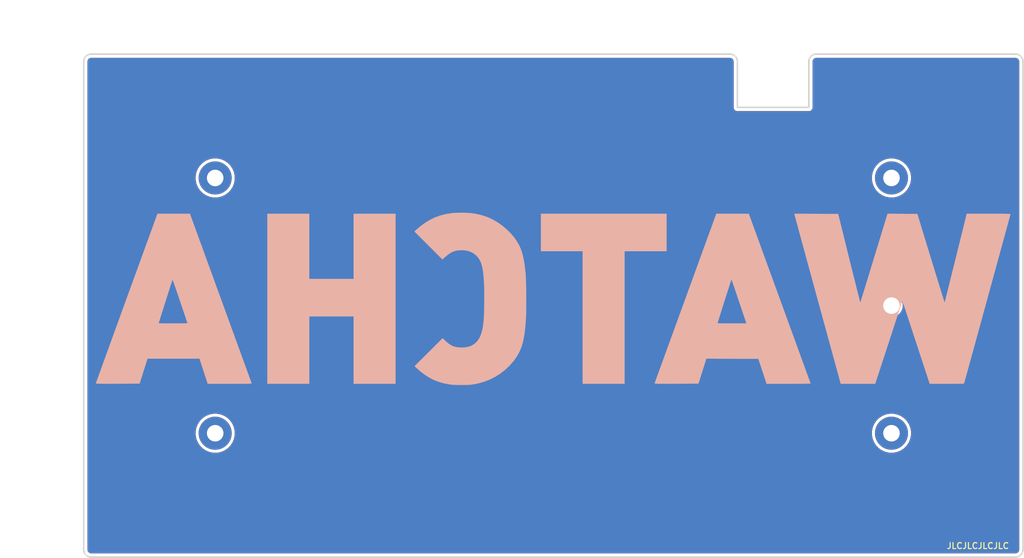
<source format=kicad_pcb>
(kicad_pcb (version 20171130) (host pcbnew "(5.1.0)-1")

  (general
    (thickness 1.6)
    (drawings 19)
    (tracks 0)
    (zones 0)
    (modules 6)
    (nets 1)
  )

  (page A4)
  (layers
    (0 F.Cu signal)
    (31 B.Cu signal)
    (32 B.Adhes user)
    (33 F.Adhes user)
    (34 B.Paste user)
    (35 F.Paste user)
    (36 B.SilkS user)
    (37 F.SilkS user)
    (38 B.Mask user)
    (39 F.Mask user)
    (40 Dwgs.User user)
    (41 Cmts.User user)
    (42 Eco1.User user)
    (43 Eco2.User user)
    (44 Edge.Cuts user)
    (45 Margin user)
    (46 B.CrtYd user)
    (47 F.CrtYd user)
    (48 B.Fab user)
    (49 F.Fab user)
  )

  (setup
    (last_trace_width 0.25)
    (user_trace_width 0.5)
    (trace_clearance 0.2)
    (zone_clearance 0.4)
    (zone_45_only no)
    (trace_min 0.2)
    (via_size 1)
    (via_drill 0.6)
    (via_min_size 0.6)
    (via_min_drill 0.3)
    (uvia_size 0.3)
    (uvia_drill 0.1)
    (uvias_allowed no)
    (uvia_min_size 0.2)
    (uvia_min_drill 0.1)
    (edge_width 0.15)
    (segment_width 0.2)
    (pcb_text_width 0.3)
    (pcb_text_size 1.5 1.5)
    (mod_edge_width 0.15)
    (mod_text_size 1 1)
    (mod_text_width 0.15)
    (pad_size 2.2 2.2)
    (pad_drill 2.2)
    (pad_to_mask_clearance 0.051)
    (solder_mask_min_width 0.25)
    (aux_axis_origin 0 0)
    (visible_elements 7FFDFFFF)
    (pcbplotparams
      (layerselection 0x010f0_ffffffff)
      (usegerberextensions true)
      (usegerberattributes false)
      (usegerberadvancedattributes false)
      (creategerberjobfile false)
      (excludeedgelayer true)
      (linewidth 0.100000)
      (plotframeref false)
      (viasonmask false)
      (mode 1)
      (useauxorigin true)
      (hpglpennumber 1)
      (hpglpenspeed 20)
      (hpglpendiameter 15.000000)
      (psnegative false)
      (psa4output false)
      (plotreference false)
      (plotvalue false)
      (plotinvisibletext false)
      (padsonsilk false)
      (subtractmaskfromsilk true)
      (outputformat 1)
      (mirror false)
      (drillshape 0)
      (scaleselection 1)
      (outputdirectory "gerber/choco_bottom/"))
  )

  (net 0 "")

  (net_class Default "これはデフォルトのネット クラスです。"
    (clearance 0.2)
    (trace_width 0.25)
    (via_dia 1)
    (via_drill 0.6)
    (uvia_dia 0.3)
    (uvia_drill 0.1)
  )

  (module choco_silk:logo1 (layer B.Cu) (tedit 0) (tstamp 5CC3C954)
    (at 113 84 180)
    (fp_text reference G*** (at 0 0 180) (layer B.SilkS) hide
      (effects (font (size 1.524 1.524) (thickness 0.3)) (justify mirror))
    )
    (fp_text value LOGO (at 0.75 0 180) (layer B.SilkS) hide
      (effects (font (size 1.524 1.524) (thickness 0.3)) (justify mirror))
    )
    (fp_poly (pts (xy 50.520028 12.233911) (xy 52.683833 12.233487) (xy 56.78114 0.962661) (xy 57.123586 0.020462)
      (xy 57.458436 -0.901229) (xy 57.784538 -1.79923) (xy 58.100739 -2.670355) (xy 58.405889 -3.511422)
      (xy 58.698835 -4.319246) (xy 58.978427 -5.090642) (xy 59.243512 -5.822427) (xy 59.49294 -6.511418)
      (xy 59.725557 -7.154429) (xy 59.940213 -7.748277) (xy 60.135757 -8.289777) (xy 60.311035 -8.775747)
      (xy 60.464898 -9.203001) (xy 60.596193 -9.568355) (xy 60.703768 -9.868627) (xy 60.786472 -10.100631)
      (xy 60.843154 -10.261183) (xy 60.872661 -10.3471) (xy 60.87689 -10.361375) (xy 60.861027 -10.372064)
      (xy 60.81077 -10.381168) (xy 60.721107 -10.38876) (xy 60.587024 -10.394911) (xy 60.403508 -10.399695)
      (xy 60.165547 -10.403185) (xy 59.868129 -10.405453) (xy 59.506239 -10.406574) (xy 59.074866 -10.406619)
      (xy 58.568997 -10.405661) (xy 57.983618 -10.403773) (xy 57.966031 -10.403708) (xy 55.056729 -10.392833)
      (xy 54.667937 -9.165166) (xy 54.562676 -8.832636) (xy 54.458609 -8.5036) (xy 54.36047 -8.193047)
      (xy 54.272993 -7.915964) (xy 54.200912 -7.68734) (xy 54.148961 -7.522163) (xy 54.143134 -7.503583)
      (xy 54.007122 -7.069666) (xy 47.09044 -7.069666) (xy 46.544697 -8.741833) (xy 45.998955 -10.414)
      (xy 43.060948 -10.414) (xy 42.470652 -10.413718) (xy 41.9601 -10.412813) (xy 41.524373 -10.411197)
      (xy 41.158552 -10.408779) (xy 40.857715 -10.405471) (xy 40.616943 -10.401184) (xy 40.431315 -10.395827)
      (xy 40.295912 -10.389313) (xy 40.205814 -10.381551) (xy 40.156101 -10.372453) (xy 40.141852 -10.36193)
      (xy 40.142075 -10.361083) (xy 40.157961 -10.317361) (xy 40.201617 -10.197251) (xy 40.271884 -10.003939)
      (xy 40.367606 -9.740609) (xy 40.487625 -9.410445) (xy 40.630783 -9.016632) (xy 40.795923 -8.562354)
      (xy 40.981886 -8.050796) (xy 41.187515 -7.485142) (xy 41.411653 -6.868577) (xy 41.653142 -6.204285)
      (xy 41.910824 -5.49545) (xy 42.183542 -4.745258) (xy 42.470137 -3.956892) (xy 42.769453 -3.133538)
      (xy 43.066018 -2.31775) (xy 48.693641 -2.31775) (xy 48.705099 -2.330673) (xy 48.753751 -2.341449)
      (xy 48.845579 -2.350242) (xy 48.986568 -2.35722) (xy 49.182703 -2.362546) (xy 49.439967 -2.366389)
      (xy 49.764344 -2.368912) (xy 50.161819 -2.370282) (xy 50.603642 -2.370666) (xy 51.07483 -2.370221)
      (xy 51.467339 -2.368774) (xy 51.787154 -2.366161) (xy 52.040259 -2.362215) (xy 52.232637 -2.356771)
      (xy 52.370273 -2.349663) (xy 52.459151 -2.340725) (xy 52.505254 -2.329792) (xy 52.515009 -2.31775)
      (xy 52.499568 -2.269494) (xy 52.46075 -2.147102) (xy 52.400643 -1.957185) (xy 52.321335 -1.706352)
      (xy 52.224915 -1.401213) (xy 52.113471 -1.048379) (xy 51.989092 -0.65446) (xy 51.853866 -0.226066)
      (xy 51.709881 0.230193) (xy 51.602194 0.5715) (xy 51.453118 1.04314) (xy 51.31096 1.491157)
      (xy 51.177834 1.908999) (xy 51.055853 2.290115) (xy 50.947131 2.627953) (xy 50.853782 2.915961)
      (xy 50.777917 3.147588) (xy 50.721652 3.316283) (xy 50.687098 3.415493) (xy 50.676828 3.440245)
      (xy 50.658667 3.406572) (xy 50.615904 3.298853) (xy 50.550742 3.123351) (xy 50.465385 2.886333)
      (xy 50.362033 2.594064) (xy 50.242892 2.252809) (xy 50.110162 1.868832) (xy 49.966047 1.4484)
      (xy 49.812749 0.997776) (xy 49.679642 0.603912) (xy 49.520086 0.130449) (xy 49.368215 -0.320086)
      (xy 49.226227 -0.741187) (xy 49.096317 -1.126343) (xy 48.980683 -1.469046) (xy 48.88152 -1.762787)
      (xy 48.801026 -2.001057) (xy 48.741397 -2.177347) (xy 48.70483 -2.285148) (xy 48.693641 -2.31775)
      (xy 43.066018 -2.31775) (xy 43.080331 -2.278379) (xy 43.401615 -1.394601) (xy 43.732146 -0.485386)
      (xy 44.070766 0.446078) (xy 44.258716 0.963084) (xy 48.356223 12.234334) (xy 50.520028 12.233911)) (layer B.SilkS) (width 0.01))
    (fp_poly (pts (xy 26.585333 3.556) (xy 32.469666 3.556) (xy 32.469666 12.234334) (xy 38.057666 12.234334)
      (xy 38.057666 -10.414) (xy 32.469666 -10.414) (xy 32.469666 -1.439333) (xy 26.585333 -1.439333)
      (xy 26.585333 -10.414) (xy 20.997333 -10.414) (xy 20.997333 12.234334) (xy 26.585333 12.234334)
      (xy 26.585333 3.556)) (layer B.SilkS) (width 0.01))
    (fp_poly (pts (xy 1.651 7.239) (xy -3.894667 7.239) (xy -3.894667 -10.414) (xy -9.482667 -10.414)
      (xy -9.482667 7.239) (xy -15.070667 7.239) (xy -15.070667 12.234334) (xy 1.651 12.234334)
      (xy 1.651 7.239)) (layer B.SilkS) (width 0.01))
    (fp_poly (pts (xy -17.588717 0.963084) (xy -17.246166 0.020807) (xy -16.911071 -0.900961) (xy -16.58459 -1.799034)
      (xy -16.267882 -2.670228) (xy -15.962104 -3.511358) (xy -15.668412 -4.319241) (xy -15.387966 -5.090691)
      (xy -15.121923 -5.822523) (xy -14.871441 -6.511553) (xy -14.637676 -7.154597) (xy -14.421788 -7.74847)
      (xy -14.224933 -8.289987) (xy -14.048269 -8.775964) (xy -13.892954 -9.203216) (xy -13.760146 -9.568559)
      (xy -13.651002 -9.868807) (xy -13.566681 -10.100776) (xy -13.508339 -10.261283) (xy -13.477134 -10.347141)
      (xy -13.471964 -10.361374) (xy -13.483248 -10.372001) (xy -13.528693 -10.381061) (xy -13.613278 -10.388626)
      (xy -13.741984 -10.394769) (xy -13.919791 -10.399562) (xy -14.151681 -10.403077) (xy -14.442633 -10.405388)
      (xy -14.797627 -10.406566) (xy -15.221645 -10.406683) (xy -15.719667 -10.405813) (xy -16.296672 -10.404027)
      (xy -16.384146 -10.403707) (xy -19.315573 -10.392833) (xy -19.628801 -9.398) (xy -19.731503 -9.072039)
      (xy -19.840428 -8.726716) (xy -19.948259 -8.385209) (xy -20.047674 -8.070696) (xy -20.131353 -7.806358)
      (xy -20.153606 -7.736169) (xy -20.365183 -7.069172) (xy -23.822733 -7.080002) (xy -27.280283 -7.090833)
      (xy -27.828278 -8.752416) (xy -28.376272 -10.414) (xy -31.315497 -10.414) (xy -31.857722 -10.413461)
      (xy -32.357528 -10.411889) (xy -32.809796 -10.409352) (xy -33.20941 -10.405915) (xy -33.551252 -10.401647)
      (xy -33.830205 -10.396613) (xy -34.041151 -10.390882) (xy -34.178973 -10.384519) (xy -34.238554 -10.377592)
      (xy -34.240612 -10.375741) (xy -34.225139 -10.333261) (xy -34.181873 -10.214395) (xy -34.111969 -10.022318)
      (xy -34.016582 -9.760207) (xy -33.896869 -9.431238) (xy -33.753986 -9.038588) (xy -33.589088 -8.585433)
      (xy -33.403332 -8.07495) (xy -33.197872 -7.510316) (xy -32.973866 -6.894706) (xy -32.732468 -6.231297)
      (xy -32.474835 -5.523266) (xy -32.202122 -4.773789) (xy -31.915485 -3.986043) (xy -31.616081 -3.163204)
      (xy -31.327704 -2.370666) (xy -25.692247 -2.370666) (xy -23.763595 -2.370666) (xy -23.292564 -2.370221)
      (xy -22.900212 -2.368776) (xy -22.580551 -2.366164) (xy -22.327598 -2.36222) (xy -22.135366 -2.356778)
      (xy -21.997872 -2.349673) (xy -21.90913 -2.340738) (xy -21.863154 -2.329807) (xy -21.853517 -2.31775)
      (xy -21.869048 -2.26954) (xy -21.907982 -2.147162) (xy -21.968242 -1.957184) (xy -22.047747 -1.706179)
      (xy -22.144419 -1.400718) (xy -22.256179 -1.04737) (xy -22.380947 -0.652708) (xy -22.516645 -0.223303)
      (xy -22.661193 0.234275) (xy -22.777716 0.60325) (xy -22.927462 1.07652) (xy -23.070092 1.525411)
      (xy -23.203528 1.943507) (xy -23.325696 2.324395) (xy -23.434519 2.661657) (xy -23.527922 2.94888)
      (xy -23.603828 3.179648) (xy -23.660163 3.347545) (xy -23.69485 3.446157) (xy -23.705587 3.470853)
      (xy -23.722364 3.431678) (xy -23.763841 3.318516) (xy -23.827851 3.137668) (xy -23.912227 2.895439)
      (xy -24.014801 2.59813) (xy -24.133406 2.252045) (xy -24.265874 1.863486) (xy -24.410039 1.438757)
      (xy -24.563732 0.98416) (xy -24.710041 0.549853) (xy -25.692247 -2.370666) (xy -31.327704 -2.370666)
      (xy -31.305065 -2.308449) (xy -30.983592 -1.424953) (xy -30.65282 -0.515895) (xy -30.313902 0.415551)
      (xy -30.120167 0.947995) (xy -26.013834 12.233472) (xy -21.686224 12.234334) (xy -17.588717 0.963084)) (layer B.SilkS) (width 0.01))
    (fp_poly (pts (xy -42.671349 6.329745) (xy -42.462634 5.644934) (xy -42.260474 4.982611) (xy -42.066254 4.347268)
      (xy -41.881359 3.743398) (xy -41.707175 3.175491) (xy -41.545086 2.64804) (xy -41.396479 2.165537)
      (xy -41.262738 1.732474) (xy -41.145249 1.353342) (xy -41.045397 1.032634) (xy -40.964568 0.77484)
      (xy -40.904146 0.584455) (xy -40.865516 0.465968) (xy -40.850066 0.423872) (xy -40.849977 0.423837)
      (xy -40.837312 0.46411) (xy -40.805505 0.581988) (xy -40.755714 0.772876) (xy -40.689095 1.03218)
      (xy -40.606804 1.355306) (xy -40.509998 1.737662) (xy -40.399832 2.174652) (xy -40.277463 2.661682)
      (xy -40.144047 3.19416) (xy -40.00074 3.767492) (xy -39.848698 4.377082) (xy -39.689078 5.018339)
      (xy -39.523037 5.686667) (xy -39.366403 6.31825) (xy -37.905684 12.213167) (xy -34.992328 12.224044)
      (xy -32.078971 12.23492) (xy -32.096324 12.11821) (xy -32.10884 12.067922) (xy -32.142803 11.939318)
      (xy -32.197301 11.735742) (xy -32.271426 11.460542) (xy -32.364265 11.117062) (xy -32.474909 10.708647)
      (xy -32.602446 10.238644) (xy -32.745966 9.710397) (xy -32.904558 9.127251) (xy -33.077313 8.492553)
      (xy -33.263318 7.809647) (xy -33.461663 7.08188) (xy -33.671439 6.312595) (xy -33.891733 5.50514)
      (xy -34.121636 4.662858) (xy -34.360237 3.789097) (xy -34.606625 2.8872) (xy -34.859889 1.960514)
      (xy -35.11912 1.012383) (xy -35.178911 0.79375) (xy -38.244146 -10.414) (xy -42.837749 -10.414)
      (xy -43.430089 -8.60425) (xy -43.535603 -8.28177) (xy -43.664142 -7.888747) (xy -43.812455 -7.435122)
      (xy -43.977293 -6.930841) (xy -44.155407 -6.385845) (xy -44.343549 -5.810078) (xy -44.538468 -5.213483)
      (xy -44.736916 -4.606003) (xy -44.935643 -3.997582) (xy -45.1314 -3.398162) (xy -45.230628 -3.09428)
      (xy -45.406516 -2.555856) (xy -45.574945 -2.040744) (xy -45.734062 -1.554585) (xy -45.882014 -1.10302)
      (xy -46.016947 -0.69169) (xy -46.137008 -0.326237) (xy -46.240344 -0.0123) (xy -46.325101 0.244479)
      (xy -46.389425 0.438458) (xy -46.431463 0.563998) (xy -46.449362 0.615456) (xy -46.449831 0.616423)
      (xy -46.464441 0.578936) (xy -46.503284 0.467167) (xy -46.5643 0.287315) (xy -46.645427 0.045576)
      (xy -46.744604 -0.251851) (xy -46.859769 -0.598768) (xy -46.988861 -0.988978) (xy -47.129818 -1.416282)
      (xy -47.280579 -1.874483) (xy -47.439082 -2.357383) (xy -47.448232 -2.385297) (xy -47.636803 -2.96045)
      (xy -47.840114 -3.580369) (xy -48.053077 -4.229547) (xy -48.270604 -4.892481) (xy -48.487604 -5.553664)
      (xy -48.69899 -6.19759) (xy -48.899672 -6.808755) (xy -49.084561 -7.371653) (xy -49.248569 -7.870779)
      (xy -49.260063 -7.90575) (xy -50.084495 -10.414) (xy -52.365562 -10.414) (xy -52.86401 -10.413863)
      (xy -53.284471 -10.413312) (xy -53.633623 -10.41213) (xy -53.918144 -10.410103) (xy -54.144714 -10.407015)
      (xy -54.32001 -10.402653) (xy -54.450713 -10.396801) (xy -54.5435 -10.389245) (xy -54.605051 -10.379769)
      (xy -54.642043 -10.368159) (xy -54.661156 -10.354199) (xy -54.668455 -10.339916) (xy -54.693737 -10.251278)
      (xy -54.739601 -10.087319) (xy -54.804943 -9.852065) (xy -54.888661 -9.549545) (xy -54.98965 -9.183786)
      (xy -55.106808 -8.758815) (xy -55.239031 -8.27866) (xy -55.385216 -7.747349) (xy -55.54426 -7.16891)
      (xy -55.715059 -6.547369) (xy -55.89651 -5.886755) (xy -56.087511 -5.191095) (xy -56.286956 -4.464416)
      (xy -56.493744 -3.710747) (xy -56.706771 -2.934115) (xy -56.924934 -2.138547) (xy -57.147129 -1.328071)
      (xy -57.372253 -0.506715) (xy -57.599203 0.321494) (xy -57.826875 1.152529) (xy -58.054167 1.98236)
      (xy -58.279975 2.806962) (xy -58.503195 3.622307) (xy -58.722725 4.424366) (xy -58.937461 5.209112)
      (xy -59.146299 5.972519) (xy -59.348137 6.710557) (xy -59.541872 7.4192) (xy -59.726399 8.094419)
      (xy -59.900616 8.732188) (xy -60.063419 9.328479) (xy -60.213705 9.879264) (xy -60.350372 10.380515)
      (xy -60.472314 10.828206) (xy -60.57843 11.218307) (xy -60.667616 11.546793) (xy -60.738768 11.809635)
      (xy -60.790784 12.002805) (xy -60.82256 12.122277) (xy -60.833 12.16395) (xy -60.828159 12.177691)
      (xy -60.809754 12.189529) (xy -60.771966 12.199605) (xy -60.708976 12.208058) (xy -60.614965 12.215031)
      (xy -60.484113 12.220662) (xy -60.3106 12.225093) (xy -60.088608 12.228463) (xy -59.812317 12.230914)
      (xy -59.475908 12.232586) (xy -59.073561 12.233619) (xy -58.599456 12.234153) (xy -58.047775 12.234329)
      (xy -57.91645 12.234334) (xy -54.999899 12.234334) (xy -54.939216 11.96975) (xy -54.906356 11.829806)
      (xy -54.856188 11.620754) (xy -54.790116 11.348243) (xy -54.709542 11.017916) (xy -54.615868 10.635422)
      (xy -54.510498 10.206405) (xy -54.394832 9.736511) (xy -54.270274 9.231388) (xy -54.138226 8.69668)
      (xy -54.00009 8.138035) (xy -53.85727 7.561097) (xy -53.711166 6.971514) (xy -53.563182 6.37493)
      (xy -53.41472 5.776993) (xy -53.267182 5.183349) (xy -53.121972 4.599642) (xy -52.98049 4.03152)
      (xy -52.84414 3.484629) (xy -52.714324 2.964615) (xy -52.592444 2.477123) (xy -52.479903 2.027799)
      (xy -52.378104 1.622291) (xy -52.288448 1.266243) (xy -52.212338 0.965303) (xy -52.151176 0.725115)
      (xy -52.106365 0.551327) (xy -52.079308 0.449584) (xy -52.071388 0.423856) (xy -52.056612 0.46366)
      (xy -52.018522 0.579951) (xy -51.958509 0.768238) (xy -51.877965 1.024025) (xy -51.778282 1.342821)
      (xy -51.660851 1.72013) (xy -51.527065 2.15146) (xy -51.378315 2.632318) (xy -51.215993 3.158209)
      (xy -51.04149 3.72464) (xy -50.856199 4.327118) (xy -50.661511 4.961149) (xy -50.458818 5.622239)
      (xy -50.249512 6.305896) (xy -50.245572 6.318773) (xy -48.442311 12.213167) (xy -46.456088 12.224159)
      (xy -44.469864 12.23515) (xy -42.671349 6.329745)) (layer B.SilkS) (width 0.01))
    (fp_poly (pts (xy 12.586047 12.362739) (xy 12.93303 12.353585) (xy 13.238611 12.338646) (xy 13.462 12.320142)
      (xy 14.273779 12.195832) (xy 15.039332 12.002772) (xy 15.764707 11.738817) (xy 16.455953 11.401819)
      (xy 17.020191 11.05701) (xy 17.233812 10.907651) (xy 17.46955 10.732616) (xy 17.710954 10.545112)
      (xy 17.941569 10.358346) (xy 18.144946 10.185521) (xy 18.30463 10.039846) (xy 18.370927 9.9728)
      (xy 18.475021 9.860549) (xy 16.617879 8.003047) (xy 14.760736 6.145545) (xy 14.385093 6.477446)
      (xy 14.055933 6.753673) (xy 13.759028 6.967959) (xy 13.478478 7.128001) (xy 13.198382 7.241497)
      (xy 12.90284 7.316144) (xy 12.575951 7.35964) (xy 12.559947 7.361013) (xy 12.028198 7.375824)
      (xy 11.547764 7.325429) (xy 11.114367 7.208484) (xy 10.723732 7.023644) (xy 10.371581 6.769562)
      (xy 10.216103 6.623771) (xy 10.028635 6.414402) (xy 9.86613 6.188049) (xy 9.726538 5.937108)
      (xy 9.607809 5.65398) (xy 9.507892 5.331064) (xy 9.424738 4.960756) (xy 9.356296 4.535458)
      (xy 9.300516 4.047566) (xy 9.255348 3.48948) (xy 9.223152 2.942167) (xy 9.211881 2.65535)
      (xy 9.203594 2.306647) (xy 9.198171 1.908607) (xy 9.195495 1.473779) (xy 9.195446 1.014713)
      (xy 9.197904 0.543959) (xy 9.202751 0.074066) (xy 9.209868 -0.382416) (xy 9.219135 -0.812938)
      (xy 9.230433 -1.20495) (xy 9.243644 -1.545902) (xy 9.258647 -1.823246) (xy 9.269758 -1.9685)
      (xy 9.340876 -2.592242) (xy 9.435058 -3.139843) (xy 9.554275 -3.617162) (xy 9.700495 -4.030052)
      (xy 9.875688 -4.384371) (xy 10.081822 -4.685976) (xy 10.244666 -4.867954) (xy 10.558621 -5.137325)
      (xy 10.900312 -5.340314) (xy 11.279539 -5.480548) (xy 11.706103 -5.561655) (xy 12.188188 -5.587264)
      (xy 12.601633 -5.570801) (xy 12.965563 -5.518178) (xy 13.295738 -5.422556) (xy 13.607915 -5.277095)
      (xy 13.917854 -5.074953) (xy 14.241311 -4.809292) (xy 14.46794 -4.597694) (xy 14.733047 -4.340574)
      (xy 16.596919 -6.202537) (xy 18.460792 -8.0645) (xy 18.125486 -8.388991) (xy 17.658695 -8.800731)
      (xy 17.133699 -9.193894) (xy 16.576961 -9.550511) (xy 16.014939 -9.85261) (xy 15.871049 -9.920083)
      (xy 15.231407 -10.1699) (xy 14.538759 -10.36211) (xy 13.787717 -10.498153) (xy 13.632597 -10.518433)
      (xy 13.35884 -10.544055) (xy 13.02528 -10.562591) (xy 12.651743 -10.574046) (xy 12.258057 -10.578427)
      (xy 11.864049 -10.575739) (xy 11.489544 -10.565988) (xy 11.154371 -10.549179) (xy 10.878357 -10.525319)
      (xy 10.816166 -10.517617) (xy 9.990072 -10.365039) (xy 9.189121 -10.13476) (xy 8.418877 -9.82999)
      (xy 7.684903 -9.453939) (xy 6.992765 -9.009819) (xy 6.348025 -8.500839) (xy 5.756247 -7.930212)
      (xy 5.222997 -7.301148) (xy 5.207906 -7.281333) (xy 4.937537 -6.902382) (xy 4.698983 -6.516387)
      (xy 4.490109 -6.115557) (xy 4.308782 -5.6921) (xy 4.152869 -5.238222) (xy 4.020234 -4.746133)
      (xy 3.908745 -4.20804) (xy 3.816267 -3.616151) (xy 3.740666 -2.962674) (xy 3.679809 -2.239816)
      (xy 3.637023 -1.545166) (xy 3.626609 -1.290329) (xy 3.61848 -0.970415) (xy 3.612553 -0.596202)
      (xy 3.608744 -0.178466) (xy 3.60697 0.272014) (xy 3.607148 0.744462) (xy 3.609195 1.2281)
      (xy 3.613028 1.712152) (xy 3.618563 2.185839) (xy 3.625717 2.638386) (xy 3.634407 3.059014)
      (xy 3.64455 3.436946) (xy 3.656062 3.761405) (xy 3.66886 4.021614) (xy 3.681318 4.191)
      (xy 3.754119 4.888681) (xy 3.834782 5.511018) (xy 3.925805 6.067165) (xy 4.029689 6.566276)
      (xy 4.148933 7.017502) (xy 4.286037 7.429998) (xy 4.443501 7.812917) (xy 4.623825 8.175413)
      (xy 4.829507 8.526638) (xy 4.891987 8.624213) (xy 5.177031 9.032946) (xy 5.484058 9.413294)
      (xy 5.835155 9.791713) (xy 6.017377 9.972264) (xy 6.658022 10.541668) (xy 7.323049 11.030825)
      (xy 8.016593 11.441699) (xy 8.742788 11.776253) (xy 9.505769 12.03645) (xy 10.309671 12.224254)
      (xy 10.964333 12.321356) (xy 11.203657 12.341287) (xy 11.506468 12.35538) (xy 11.851789 12.363646)
      (xy 12.218641 12.366096) (xy 12.586047 12.362739)) (layer B.SilkS) (width 0.01))
  )

  (module Mounting_Holes:MountingHole_2.2mm_M2 (layer F.Cu) (tedit 56D1B4CB) (tstamp 5CC3C7BC)
    (at 158 84)
    (descr "Mounting Hole 2.2mm, no annular, M2")
    (tags "mounting hole 2.2mm no annular m2")
    (attr virtual)
    (fp_text reference REF** (at 0 -3.2) (layer F.SilkS) hide
      (effects (font (size 1 1) (thickness 0.15)))
    )
    (fp_text value MountingHole_2.2mm_M2 (at 0 3.2) (layer F.Fab)
      (effects (font (size 1 1) (thickness 0.15)))
    )
    (fp_text user %R (at 0 0.3) (layer F.Fab)
      (effects (font (size 1 1) (thickness 0.15)))
    )
    (fp_circle (center 0 0) (end 2.2 0) (layer Cmts.User) (width 0.15))
    (fp_circle (center 0 0) (end 2.45 0) (layer F.CrtYd) (width 0.05))
    (pad 1 np_thru_hole circle (at 0 0) (size 2.2 2.2) (drill 2.2) (layers *.Cu *.Mask))
  )

  (module Mounting_Holes:MountingHole_2.2mm_M2_Pad locked (layer F.Cu) (tedit 56D1B4CB) (tstamp 5CB83611)
    (at 68 101)
    (descr "Mounting Hole 2.2mm, M2")
    (tags "mounting hole 2.2mm m2")
    (attr virtual)
    (fp_text reference REF** (at 0 -3.2) (layer F.SilkS) hide
      (effects (font (size 1 1) (thickness 0.15)))
    )
    (fp_text value MountingHole_2.2mm_M2_Pad (at 0 3.2) (layer F.Fab)
      (effects (font (size 1 1) (thickness 0.15)))
    )
    (fp_circle (center 0 0) (end 2.45 0) (layer F.CrtYd) (width 0.05))
    (fp_circle (center 0 0) (end 2.2 0) (layer Cmts.User) (width 0.15))
    (fp_text user %R (at 0.3 0) (layer F.Fab)
      (effects (font (size 1 1) (thickness 0.15)))
    )
    (pad 1 thru_hole circle (at 0 0) (size 4.4 4.4) (drill 2.2) (layers *.Cu *.Mask))
  )

  (module Mounting_Holes:MountingHole_2.2mm_M2_Pad locked (layer F.Cu) (tedit 56D1B4CB) (tstamp 5CB83611)
    (at 68 67)
    (descr "Mounting Hole 2.2mm, M2")
    (tags "mounting hole 2.2mm m2")
    (attr virtual)
    (fp_text reference REF** (at 0 -3.2) (layer F.SilkS) hide
      (effects (font (size 1 1) (thickness 0.15)))
    )
    (fp_text value MountingHole_2.2mm_M2_Pad (at 0 3.2) (layer F.Fab)
      (effects (font (size 1 1) (thickness 0.15)))
    )
    (fp_circle (center 0 0) (end 2.45 0) (layer F.CrtYd) (width 0.05))
    (fp_circle (center 0 0) (end 2.2 0) (layer Cmts.User) (width 0.15))
    (fp_text user %R (at 0.3 0) (layer F.Fab)
      (effects (font (size 1 1) (thickness 0.15)))
    )
    (pad 1 thru_hole circle (at 0 0) (size 4.4 4.4) (drill 2.2) (layers *.Cu *.Mask))
  )

  (module Mounting_Holes:MountingHole_2.2mm_M2_Pad locked (layer F.Cu) (tedit 56D1B4CB) (tstamp 5CB83611)
    (at 158 67)
    (descr "Mounting Hole 2.2mm, M2")
    (tags "mounting hole 2.2mm m2")
    (attr virtual)
    (fp_text reference REF** (at 0 -3.2) (layer F.SilkS) hide
      (effects (font (size 1 1) (thickness 0.15)))
    )
    (fp_text value MountingHole_2.2mm_M2_Pad (at 0 3.2) (layer F.Fab)
      (effects (font (size 1 1) (thickness 0.15)))
    )
    (fp_circle (center 0 0) (end 2.45 0) (layer F.CrtYd) (width 0.05))
    (fp_circle (center 0 0) (end 2.2 0) (layer Cmts.User) (width 0.15))
    (fp_text user %R (at 0.3 0) (layer F.Fab)
      (effects (font (size 1 1) (thickness 0.15)))
    )
    (pad 1 thru_hole circle (at 0 0) (size 4.4 4.4) (drill 2.2) (layers *.Cu *.Mask))
  )

  (module Mounting_Holes:MountingHole_2.2mm_M2_Pad locked (layer F.Cu) (tedit 56D1B4CB) (tstamp 5CB8359C)
    (at 158 101)
    (descr "Mounting Hole 2.2mm, M2")
    (tags "mounting hole 2.2mm m2")
    (attr virtual)
    (fp_text reference REF** (at 0 -3.2) (layer F.SilkS) hide
      (effects (font (size 1 1) (thickness 0.15)))
    )
    (fp_text value MountingHole_2.2mm_M2_Pad (at 0 3.2) (layer F.Fab)
      (effects (font (size 1 1) (thickness 0.15)))
    )
    (fp_text user %R (at 0.3 0) (layer F.Fab)
      (effects (font (size 1 1) (thickness 0.15)))
    )
    (fp_circle (center 0 0) (end 2.2 0) (layer Cmts.User) (width 0.15))
    (fp_circle (center 0 0) (end 2.45 0) (layer F.CrtYd) (width 0.05))
    (pad 1 thru_hole circle (at 0 0) (size 4.4 4.4) (drill 2.2) (layers *.Cu *.Mask))
  )

  (gr_text JLCJLCJLCJLC (at 169.5 116) (layer F.SilkS)
    (effects (font (size 0.8 0.8) (thickness 0.15)))
  )
  (gr_arc (start 174.5 116.5) (end 174.5 117.5) (angle -90) (layer Edge.Cuts) (width 0.2) (tstamp 5CC3C9BB))
  (gr_arc (start 51.5 116.5) (end 50.5 116.5) (angle -90) (layer Edge.Cuts) (width 0.2) (tstamp 5CC3C9BB))
  (gr_arc (start 51.5 51.5) (end 51.5 50.5) (angle -90) (layer Edge.Cuts) (width 0.2) (tstamp 5CC3C9BB))
  (gr_arc (start 136.5 51.5) (end 137.5 51.5) (angle -90) (layer Edge.Cuts) (width 0.2) (tstamp 5CC3C9BB))
  (gr_arc (start 148 51.5) (end 148 50.5) (angle -90) (layer Edge.Cuts) (width 0.2) (tstamp 5CC3C9BB))
  (gr_arc (start 174.5 51.5) (end 175.5 51.5) (angle -90) (layer Edge.Cuts) (width 0.2))
  (dimension 33.5 (width 0.15) (layer Cmts.User)
    (gr_text "33.500 mm" (at 47.200001 67.25 270) (layer Cmts.User)
      (effects (font (size 1 1) (thickness 0.15)))
    )
    (feature1 (pts (xy 50.5 84) (xy 47.91358 84)))
    (feature2 (pts (xy 50.5 50.5) (xy 47.91358 50.5)))
    (crossbar (pts (xy 48.500001 50.5) (xy 48.500001 84)))
    (arrow1a (pts (xy 48.500001 84) (xy 47.91358 82.873496)))
    (arrow1b (pts (xy 48.500001 84) (xy 49.086422 82.873496)))
    (arrow2a (pts (xy 48.500001 50.5) (xy 47.91358 51.626504)))
    (arrow2b (pts (xy 48.500001 50.5) (xy 49.086422 51.626504)))
  )
  (dimension 62.5 (width 0.15) (layer Cmts.User)
    (gr_text "62.500 mm" (at 81.75 47.7) (layer Cmts.User)
      (effects (font (size 1 1) (thickness 0.15)))
    )
    (feature1 (pts (xy 113 50.5) (xy 113 48.413579)))
    (feature2 (pts (xy 50.5 50.5) (xy 50.5 48.413579)))
    (crossbar (pts (xy 50.5 49) (xy 113 49)))
    (arrow1a (pts (xy 113 49) (xy 111.873496 49.586421)))
    (arrow1b (pts (xy 113 49) (xy 111.873496 48.413579)))
    (arrow2a (pts (xy 50.5 49) (xy 51.626504 49.586421)))
    (arrow2b (pts (xy 50.5 49) (xy 51.626504 48.413579)))
  )
  (gr_line (start 148 50.5) (end 174.5 50.5) (layer Edge.Cuts) (width 0.2) (tstamp 5CC3C3D3))
  (gr_line (start 147 57.6) (end 147 51.5) (layer Edge.Cuts) (width 0.2))
  (gr_line (start 137.5 57.6) (end 147 57.6) (layer Edge.Cuts) (width 0.2))
  (gr_line (start 137.5 51.5) (end 137.5 57.6) (layer Edge.Cuts) (width 0.2))
  (gr_line (start 136.5 50.5) (end 51.5 50.5) (layer Edge.Cuts) (width 0.2))
  (gr_line (start 175.5 116.5) (end 175.5 51.5) (layer Edge.Cuts) (width 0.2))
  (gr_line (start 51.5 117.5) (end 174.5 117.5) (layer Edge.Cuts) (width 0.2))
  (gr_line (start 50.5 51.5) (end 50.5 116.5) (layer Edge.Cuts) (width 0.2))
  (dimension 67 (width 0.3) (layer Cmts.User)
    (gr_text "67.000 mm" (at 44.900001 84 270) (layer Cmts.User)
      (effects (font (size 1.5 1.5) (thickness 0.3)))
    )
    (feature1 (pts (xy 50.5 117.5) (xy 46.41358 117.5)))
    (feature2 (pts (xy 50.5 50.5) (xy 46.41358 50.5)))
    (crossbar (pts (xy 47.000001 50.5) (xy 47.000001 117.5)))
    (arrow1a (pts (xy 47.000001 117.5) (xy 46.41358 116.373496)))
    (arrow1b (pts (xy 47.000001 117.5) (xy 47.586422 116.373496)))
    (arrow2a (pts (xy 47.000001 50.5) (xy 46.41358 51.626504)))
    (arrow2b (pts (xy 47.000001 50.5) (xy 47.586422 51.626504)))
  )
  (dimension 125 (width 0.3) (layer Cmts.User)
    (gr_text "125.000 mm" (at 113 44.4) (layer Cmts.User)
      (effects (font (size 1.5 1.5) (thickness 0.3)))
    )
    (feature1 (pts (xy 175.5 50.5) (xy 175.5 45.913579)))
    (feature2 (pts (xy 50.5 50.5) (xy 50.5 45.913579)))
    (crossbar (pts (xy 50.5 46.5) (xy 175.5 46.5)))
    (arrow1a (pts (xy 175.5 46.5) (xy 174.373496 47.086421)))
    (arrow1b (pts (xy 175.5 46.5) (xy 174.373496 45.913579)))
    (arrow2a (pts (xy 50.5 46.5) (xy 51.626504 47.086421)))
    (arrow2b (pts (xy 50.5 46.5) (xy 51.626504 45.913579)))
  )

  (zone (net 0) (net_name "") (layer B.Cu) (tstamp 5CC3CD01) (hatch edge 0.508)
    (connect_pads (clearance 0.4))
    (min_thickness 0.25)
    (fill yes (arc_segments 32) (thermal_gap 0.5) (thermal_bridge_width 0.3) (smoothing fillet) (radius 0.5))
    (polygon
      (pts
        (xy 175.5 50.5) (xy 147 50.5) (xy 147 57.6) (xy 137.5 57.6) (xy 137.5 50.5)
        (xy 50.5 50.5) (xy 50.5 117.5) (xy 175.5 117.5)
      )
    )
    (filled_polygon
      (pts
        (xy 136.572254 51.135082) (xy 136.641758 51.156066) (xy 136.705867 51.190153) (xy 136.762125 51.236036) (xy 136.808405 51.291979)
        (xy 136.842936 51.355843) (xy 136.864405 51.425198) (xy 136.875 51.526003) (xy 136.875001 57.569286) (xy 136.871976 57.6)
        (xy 136.884043 57.722521) (xy 136.919781 57.840334) (xy 136.977817 57.948911) (xy 137.05592 58.04408) (xy 137.151089 58.122183)
        (xy 137.259666 58.180219) (xy 137.377479 58.215957) (xy 137.469296 58.225) (xy 137.5 58.228024) (xy 137.530704 58.225)
        (xy 146.969296 58.225) (xy 147 58.228024) (xy 147.030704 58.225) (xy 147.122521 58.215957) (xy 147.240334 58.180219)
        (xy 147.348911 58.122183) (xy 147.44408 58.04408) (xy 147.522183 57.948911) (xy 147.580219 57.840334) (xy 147.615957 57.722521)
        (xy 147.628024 57.6) (xy 147.625 57.569296) (xy 147.625 51.530567) (xy 147.635082 51.427746) (xy 147.656066 51.358242)
        (xy 147.690153 51.294133) (xy 147.736036 51.237875) (xy 147.791979 51.191595) (xy 147.855843 51.157064) (xy 147.925198 51.135595)
        (xy 148.026003 51.125) (xy 174.469433 51.125) (xy 174.572254 51.135082) (xy 174.641758 51.156066) (xy 174.705867 51.190153)
        (xy 174.762125 51.236036) (xy 174.808405 51.291979) (xy 174.842936 51.355843) (xy 174.864405 51.425198) (xy 174.875001 51.526013)
        (xy 174.875 116.469434) (xy 174.864918 116.572253) (xy 174.843932 116.641762) (xy 174.809847 116.705866) (xy 174.763964 116.762125)
        (xy 174.708021 116.808405) (xy 174.644157 116.842936) (xy 174.574802 116.864405) (xy 174.473997 116.875) (xy 51.530566 116.875)
        (xy 51.427747 116.864918) (xy 51.358238 116.843932) (xy 51.294134 116.809847) (xy 51.237875 116.763964) (xy 51.191595 116.708021)
        (xy 51.157064 116.644157) (xy 51.135595 116.574802) (xy 51.125 116.473997) (xy 51.125 100.731611) (xy 65.275 100.731611)
        (xy 65.275 101.268389) (xy 65.37972 101.794853) (xy 65.585136 102.290771) (xy 65.883354 102.737086) (xy 66.262914 103.116646)
        (xy 66.709229 103.414864) (xy 67.205147 103.62028) (xy 67.731611 103.725) (xy 68.268389 103.725) (xy 68.794853 103.62028)
        (xy 69.290771 103.414864) (xy 69.737086 103.116646) (xy 70.116646 102.737086) (xy 70.414864 102.290771) (xy 70.62028 101.794853)
        (xy 70.725 101.268389) (xy 70.725 100.731611) (xy 155.275 100.731611) (xy 155.275 101.268389) (xy 155.37972 101.794853)
        (xy 155.585136 102.290771) (xy 155.883354 102.737086) (xy 156.262914 103.116646) (xy 156.709229 103.414864) (xy 157.205147 103.62028)
        (xy 157.731611 103.725) (xy 158.268389 103.725) (xy 158.794853 103.62028) (xy 159.290771 103.414864) (xy 159.737086 103.116646)
        (xy 160.116646 102.737086) (xy 160.414864 102.290771) (xy 160.62028 101.794853) (xy 160.725 101.268389) (xy 160.725 100.731611)
        (xy 160.62028 100.205147) (xy 160.414864 99.709229) (xy 160.116646 99.262914) (xy 159.737086 98.883354) (xy 159.290771 98.585136)
        (xy 158.794853 98.37972) (xy 158.268389 98.275) (xy 157.731611 98.275) (xy 157.205147 98.37972) (xy 156.709229 98.585136)
        (xy 156.262914 98.883354) (xy 155.883354 99.262914) (xy 155.585136 99.709229) (xy 155.37972 100.205147) (xy 155.275 100.731611)
        (xy 70.725 100.731611) (xy 70.62028 100.205147) (xy 70.414864 99.709229) (xy 70.116646 99.262914) (xy 69.737086 98.883354)
        (xy 69.290771 98.585136) (xy 68.794853 98.37972) (xy 68.268389 98.275) (xy 67.731611 98.275) (xy 67.205147 98.37972)
        (xy 66.709229 98.585136) (xy 66.262914 98.883354) (xy 65.883354 99.262914) (xy 65.585136 99.709229) (xy 65.37972 100.205147)
        (xy 65.275 100.731611) (xy 51.125 100.731611) (xy 51.125 83.839951) (xy 156.375 83.839951) (xy 156.375 84.160049)
        (xy 156.437448 84.473995) (xy 156.559943 84.769726) (xy 156.73778 85.035877) (xy 156.964123 85.26222) (xy 157.230274 85.440057)
        (xy 157.526005 85.562552) (xy 157.839951 85.625) (xy 158.160049 85.625) (xy 158.473995 85.562552) (xy 158.769726 85.440057)
        (xy 159.035877 85.26222) (xy 159.26222 85.035877) (xy 159.440057 84.769726) (xy 159.562552 84.473995) (xy 159.625 84.160049)
        (xy 159.625 83.839951) (xy 159.562552 83.526005) (xy 159.440057 83.230274) (xy 159.26222 82.964123) (xy 159.035877 82.73778)
        (xy 158.769726 82.559943) (xy 158.473995 82.437448) (xy 158.160049 82.375) (xy 157.839951 82.375) (xy 157.526005 82.437448)
        (xy 157.230274 82.559943) (xy 156.964123 82.73778) (xy 156.73778 82.964123) (xy 156.559943 83.230274) (xy 156.437448 83.526005)
        (xy 156.375 83.839951) (xy 51.125 83.839951) (xy 51.125 66.731611) (xy 65.275 66.731611) (xy 65.275 67.268389)
        (xy 65.37972 67.794853) (xy 65.585136 68.290771) (xy 65.883354 68.737086) (xy 66.262914 69.116646) (xy 66.709229 69.414864)
        (xy 67.205147 69.62028) (xy 67.731611 69.725) (xy 68.268389 69.725) (xy 68.794853 69.62028) (xy 69.290771 69.414864)
        (xy 69.737086 69.116646) (xy 70.116646 68.737086) (xy 70.414864 68.290771) (xy 70.62028 67.794853) (xy 70.725 67.268389)
        (xy 70.725 66.731611) (xy 155.275 66.731611) (xy 155.275 67.268389) (xy 155.37972 67.794853) (xy 155.585136 68.290771)
        (xy 155.883354 68.737086) (xy 156.262914 69.116646) (xy 156.709229 69.414864) (xy 157.205147 69.62028) (xy 157.731611 69.725)
        (xy 158.268389 69.725) (xy 158.794853 69.62028) (xy 159.290771 69.414864) (xy 159.737086 69.116646) (xy 160.116646 68.737086)
        (xy 160.414864 68.290771) (xy 160.62028 67.794853) (xy 160.725 67.268389) (xy 160.725 66.731611) (xy 160.62028 66.205147)
        (xy 160.414864 65.709229) (xy 160.116646 65.262914) (xy 159.737086 64.883354) (xy 159.290771 64.585136) (xy 158.794853 64.37972)
        (xy 158.268389 64.275) (xy 157.731611 64.275) (xy 157.205147 64.37972) (xy 156.709229 64.585136) (xy 156.262914 64.883354)
        (xy 155.883354 65.262914) (xy 155.585136 65.709229) (xy 155.37972 66.205147) (xy 155.275 66.731611) (xy 70.725 66.731611)
        (xy 70.62028 66.205147) (xy 70.414864 65.709229) (xy 70.116646 65.262914) (xy 69.737086 64.883354) (xy 69.290771 64.585136)
        (xy 68.794853 64.37972) (xy 68.268389 64.275) (xy 67.731611 64.275) (xy 67.205147 64.37972) (xy 66.709229 64.585136)
        (xy 66.262914 64.883354) (xy 65.883354 65.262914) (xy 65.585136 65.709229) (xy 65.37972 66.205147) (xy 65.275 66.731611)
        (xy 51.125 66.731611) (xy 51.125 51.530567) (xy 51.135082 51.427746) (xy 51.156066 51.358242) (xy 51.190153 51.294133)
        (xy 51.236036 51.237875) (xy 51.291979 51.191595) (xy 51.355843 51.157064) (xy 51.425198 51.135595) (xy 51.526003 51.125)
        (xy 136.469433 51.125)
      )
    )
  )
  (zone (net 0) (net_name "") (layer F.Cu) (tstamp 5CC3CCFE) (hatch edge 0.508)
    (connect_pads (clearance 0.4))
    (min_thickness 0.25)
    (fill yes (arc_segments 32) (thermal_gap 0.5) (thermal_bridge_width 0.3) (smoothing fillet) (radius 0.5))
    (polygon
      (pts
        (xy 50.5 50.5) (xy 137.5 50.5) (xy 137.5 57.6) (xy 147 57.6) (xy 147 50.5)
        (xy 175.5 50.5) (xy 175.5 117.5) (xy 50.5 117.5)
      )
    )
    (filled_polygon
      (pts
        (xy 136.572254 51.135082) (xy 136.641758 51.156066) (xy 136.705867 51.190153) (xy 136.762125 51.236036) (xy 136.808405 51.291979)
        (xy 136.842936 51.355843) (xy 136.864405 51.425198) (xy 136.875 51.526003) (xy 136.875001 57.569286) (xy 136.871976 57.6)
        (xy 136.884043 57.722521) (xy 136.919781 57.840334) (xy 136.977817 57.948911) (xy 137.05592 58.04408) (xy 137.151089 58.122183)
        (xy 137.259666 58.180219) (xy 137.377479 58.215957) (xy 137.469296 58.225) (xy 137.5 58.228024) (xy 137.530704 58.225)
        (xy 146.969296 58.225) (xy 147 58.228024) (xy 147.030704 58.225) (xy 147.122521 58.215957) (xy 147.240334 58.180219)
        (xy 147.348911 58.122183) (xy 147.44408 58.04408) (xy 147.522183 57.948911) (xy 147.580219 57.840334) (xy 147.615957 57.722521)
        (xy 147.628024 57.6) (xy 147.625 57.569296) (xy 147.625 51.530567) (xy 147.635082 51.427746) (xy 147.656066 51.358242)
        (xy 147.690153 51.294133) (xy 147.736036 51.237875) (xy 147.791979 51.191595) (xy 147.855843 51.157064) (xy 147.925198 51.135595)
        (xy 148.026003 51.125) (xy 174.469433 51.125) (xy 174.572254 51.135082) (xy 174.641758 51.156066) (xy 174.705867 51.190153)
        (xy 174.762125 51.236036) (xy 174.808405 51.291979) (xy 174.842936 51.355843) (xy 174.864405 51.425198) (xy 174.875001 51.526013)
        (xy 174.875 116.469434) (xy 174.864918 116.572253) (xy 174.843932 116.641762) (xy 174.809847 116.705866) (xy 174.763964 116.762125)
        (xy 174.708021 116.808405) (xy 174.644157 116.842936) (xy 174.574802 116.864405) (xy 174.473997 116.875) (xy 51.530566 116.875)
        (xy 51.427747 116.864918) (xy 51.358238 116.843932) (xy 51.294134 116.809847) (xy 51.237875 116.763964) (xy 51.191595 116.708021)
        (xy 51.157064 116.644157) (xy 51.135595 116.574802) (xy 51.125 116.473997) (xy 51.125 100.731611) (xy 65.275 100.731611)
        (xy 65.275 101.268389) (xy 65.37972 101.794853) (xy 65.585136 102.290771) (xy 65.883354 102.737086) (xy 66.262914 103.116646)
        (xy 66.709229 103.414864) (xy 67.205147 103.62028) (xy 67.731611 103.725) (xy 68.268389 103.725) (xy 68.794853 103.62028)
        (xy 69.290771 103.414864) (xy 69.737086 103.116646) (xy 70.116646 102.737086) (xy 70.414864 102.290771) (xy 70.62028 101.794853)
        (xy 70.725 101.268389) (xy 70.725 100.731611) (xy 155.275 100.731611) (xy 155.275 101.268389) (xy 155.37972 101.794853)
        (xy 155.585136 102.290771) (xy 155.883354 102.737086) (xy 156.262914 103.116646) (xy 156.709229 103.414864) (xy 157.205147 103.62028)
        (xy 157.731611 103.725) (xy 158.268389 103.725) (xy 158.794853 103.62028) (xy 159.290771 103.414864) (xy 159.737086 103.116646)
        (xy 160.116646 102.737086) (xy 160.414864 102.290771) (xy 160.62028 101.794853) (xy 160.725 101.268389) (xy 160.725 100.731611)
        (xy 160.62028 100.205147) (xy 160.414864 99.709229) (xy 160.116646 99.262914) (xy 159.737086 98.883354) (xy 159.290771 98.585136)
        (xy 158.794853 98.37972) (xy 158.268389 98.275) (xy 157.731611 98.275) (xy 157.205147 98.37972) (xy 156.709229 98.585136)
        (xy 156.262914 98.883354) (xy 155.883354 99.262914) (xy 155.585136 99.709229) (xy 155.37972 100.205147) (xy 155.275 100.731611)
        (xy 70.725 100.731611) (xy 70.62028 100.205147) (xy 70.414864 99.709229) (xy 70.116646 99.262914) (xy 69.737086 98.883354)
        (xy 69.290771 98.585136) (xy 68.794853 98.37972) (xy 68.268389 98.275) (xy 67.731611 98.275) (xy 67.205147 98.37972)
        (xy 66.709229 98.585136) (xy 66.262914 98.883354) (xy 65.883354 99.262914) (xy 65.585136 99.709229) (xy 65.37972 100.205147)
        (xy 65.275 100.731611) (xy 51.125 100.731611) (xy 51.125 83.839951) (xy 156.375 83.839951) (xy 156.375 84.160049)
        (xy 156.437448 84.473995) (xy 156.559943 84.769726) (xy 156.73778 85.035877) (xy 156.964123 85.26222) (xy 157.230274 85.440057)
        (xy 157.526005 85.562552) (xy 157.839951 85.625) (xy 158.160049 85.625) (xy 158.473995 85.562552) (xy 158.769726 85.440057)
        (xy 159.035877 85.26222) (xy 159.26222 85.035877) (xy 159.440057 84.769726) (xy 159.562552 84.473995) (xy 159.625 84.160049)
        (xy 159.625 83.839951) (xy 159.562552 83.526005) (xy 159.440057 83.230274) (xy 159.26222 82.964123) (xy 159.035877 82.73778)
        (xy 158.769726 82.559943) (xy 158.473995 82.437448) (xy 158.160049 82.375) (xy 157.839951 82.375) (xy 157.526005 82.437448)
        (xy 157.230274 82.559943) (xy 156.964123 82.73778) (xy 156.73778 82.964123) (xy 156.559943 83.230274) (xy 156.437448 83.526005)
        (xy 156.375 83.839951) (xy 51.125 83.839951) (xy 51.125 66.731611) (xy 65.275 66.731611) (xy 65.275 67.268389)
        (xy 65.37972 67.794853) (xy 65.585136 68.290771) (xy 65.883354 68.737086) (xy 66.262914 69.116646) (xy 66.709229 69.414864)
        (xy 67.205147 69.62028) (xy 67.731611 69.725) (xy 68.268389 69.725) (xy 68.794853 69.62028) (xy 69.290771 69.414864)
        (xy 69.737086 69.116646) (xy 70.116646 68.737086) (xy 70.414864 68.290771) (xy 70.62028 67.794853) (xy 70.725 67.268389)
        (xy 70.725 66.731611) (xy 155.275 66.731611) (xy 155.275 67.268389) (xy 155.37972 67.794853) (xy 155.585136 68.290771)
        (xy 155.883354 68.737086) (xy 156.262914 69.116646) (xy 156.709229 69.414864) (xy 157.205147 69.62028) (xy 157.731611 69.725)
        (xy 158.268389 69.725) (xy 158.794853 69.62028) (xy 159.290771 69.414864) (xy 159.737086 69.116646) (xy 160.116646 68.737086)
        (xy 160.414864 68.290771) (xy 160.62028 67.794853) (xy 160.725 67.268389) (xy 160.725 66.731611) (xy 160.62028 66.205147)
        (xy 160.414864 65.709229) (xy 160.116646 65.262914) (xy 159.737086 64.883354) (xy 159.290771 64.585136) (xy 158.794853 64.37972)
        (xy 158.268389 64.275) (xy 157.731611 64.275) (xy 157.205147 64.37972) (xy 156.709229 64.585136) (xy 156.262914 64.883354)
        (xy 155.883354 65.262914) (xy 155.585136 65.709229) (xy 155.37972 66.205147) (xy 155.275 66.731611) (xy 70.725 66.731611)
        (xy 70.62028 66.205147) (xy 70.414864 65.709229) (xy 70.116646 65.262914) (xy 69.737086 64.883354) (xy 69.290771 64.585136)
        (xy 68.794853 64.37972) (xy 68.268389 64.275) (xy 67.731611 64.275) (xy 67.205147 64.37972) (xy 66.709229 64.585136)
        (xy 66.262914 64.883354) (xy 65.883354 65.262914) (xy 65.585136 65.709229) (xy 65.37972 66.205147) (xy 65.275 66.731611)
        (xy 51.125 66.731611) (xy 51.125 51.530567) (xy 51.135082 51.427746) (xy 51.156066 51.358242) (xy 51.190153 51.294133)
        (xy 51.236036 51.237875) (xy 51.291979 51.191595) (xy 51.355843 51.157064) (xy 51.425198 51.135595) (xy 51.526003 51.125)
        (xy 136.469433 51.125)
      )
    )
  )
)

</source>
